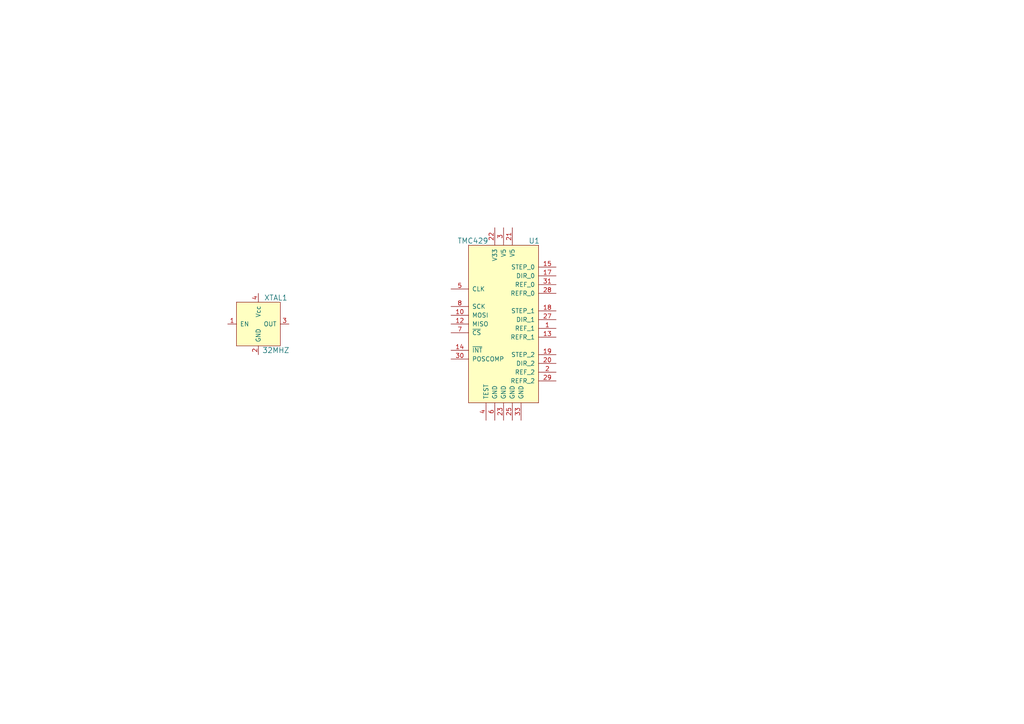
<source format=kicad_sch>
(kicad_sch (version 20230121) (generator eeschema)
  (paper "A4")
  (title_block (title "mouse_joystick_controller") (date "2023-07-12") (rev "2.0") (company "Howard Hughes Medical Institute"))
  (lib_symbols
    (symbol "Janelia:TMC429" (pin_names (offset 1.016))
      (property "Reference" "U" (at 8.89 24.13 0))
      (property "Value" "TMC429" (at -8.89 24.13 0))
      (symbol "TMC429_1_1"
        (rectangle (start -10.16 22.86) (end 10.16 -22.86) (fill (type background)))
        (pin input line (at 15.24 -1.27 180) (length 5.08) (name "REF_1") (number "1"))
        (pin passive line (at -15.24 2.54 0) (length 5.08) (name "MOSI") (number "10"))
        (pin passive line (at -15.24 0 0) (length 5.08) (name "MISO") (number "12"))
        (pin input line (at 15.24 -3.81 180) (length 5.08) (name "REFR_1") (number "13"))
        (pin output line (at -15.24 -7.62 0) (length 5.08) (name "~{INT}") (number "14"))
        (pin output line (at 15.24 16.51 180) (length 5.08) (name "STEP_0") (number "15"))
        (pin output line (at 15.24 13.97 180) (length 5.08) (name "DIR_0") (number "17"))
        (pin output line (at 15.24 3.81 180) (length 5.08) (name "STEP_1") (number "18"))
        (pin output line (at 15.24 -8.89 180) (length 5.08) (name "STEP_2") (number "19"))
        (pin input line (at 15.24 -13.97 180) (length 5.08) (name "REF_2") (number "2"))
        (pin output line (at 15.24 -11.43 180) (length 5.08) (name "DIR_2") (number "20"))
        (pin power_in line (at 2.54 27.94 270) (length 5.08) (name "V5") (number "21"))
        (pin power_in line (at -2.54 27.94 270) (length 5.08) (name "V33") (number "22"))
        (pin power_in line (at 0 -27.94 90) (length 5.08) (name "GND") (number "23"))
        (pin power_in line (at 2.54 -27.94 90) (length 5.08) (name "GND") (number "25"))
        (pin output line (at 15.24 1.27 180) (length 5.08) (name "DIR_1") (number "27"))
        (pin input line (at 15.24 8.89 180) (length 5.08) (name "REFR_0") (number "28"))
        (pin input line (at 15.24 -16.51 180) (length 5.08) (name "REFR_2") (number "29"))
        (pin power_in line (at 0 27.94 270) (length 5.08) (name "V5") (number "3"))
        (pin output line (at -15.24 -10.16 0) (length 5.08) (name "POSCOMP") (number "30"))
        (pin input line (at 15.24 11.43 180) (length 5.08) (name "REF_0") (number "31"))
        (pin power_in line (at 5.08 -27.94 90) (length 5.08) (name "GND") (number "33"))
        (pin power_in line (at -5.08 -27.94 90) (length 5.08) (name "TEST") (number "4"))
        (pin input line (at -15.24 10.16 0) (length 5.08) (name "CLK") (number "5"))
        (pin power_in line (at -2.54 -27.94 90) (length 5.08) (name "GND") (number "6"))
        (pin input line (at -15.24 -2.54 0) (length 5.08) (name "~{CS}") (number "7"))
        (pin input line (at -15.24 5.08 0) (length 5.08) (name "SCK") (number "8"))
      )
    )
    (symbol "Janelia:XTAL_32MHZ_WURTH" (pin_names (offset 1.016))
      (property "Reference" "XTAL" (at 5.08 7.62 0))
      (property "Value" "32MHZ" (at 5.08 -7.62 0))
      (symbol "XTAL_32MHZ_WURTH_1_1"
        (rectangle (start -6.35 6.35) (end 6.35 -6.35) (fill (type background)))
        (pin input line (at -8.89 0 0) (length 2.54) (name "EN") (number "1"))
        (pin power_in line (at 0 -8.89 90) (length 2.54) (name "GND") (number "2"))
        (pin output line (at 8.89 0 180) (length 2.54) (name "OUT") (number "3"))
        (pin power_in line (at 0 8.89 270) (length 2.54) (name "Vcc") (number "4"))
      )
    )
  )
  (symbol (lib_id "Janelia:XTAL_32MHZ_WURTH") (at 74.93 93.98 0) (unit 1)
    (property "Reference" "XTAL1" (at 80.01 86.36 0) (effects (font (size 1.524 1.524))))
    (property "Value" "32MHZ" (at 80.01 101.6 0) (effects (font (size 1.524 1.524))))
    (property "Footprint" "Janelia:XTAL_WURTH_IQX0-540" (effects hide))
    (property "Vendor" "Digi-Key" (effects hide))
    (property "Vendor Part Number" "732-831068248CT-ND" (effects hide))
    (property "Description" "XTAL OSC XO 32.0000MHZ CMOS" (effects hide))
    (property "Manufacturer" "Würth Elektronik" (effects hide))
    (property "Manufacturer Part Number" "831068248" (effects hide))
    (property "Sim.Enable" "0" (effects hide))
  )
  (symbol (lib_id "Janelia:TMC429") (at 146.05 93.98 0) (unit 1)
    (property "Reference" "U1" (at 154.94 69.85 0) (effects (font (size 1.524 1.524))))
    (property "Value" "TMC429" (at 137.16 69.85 0) (effects (font (size 1.524 1.524))))
    (property "Footprint" "Janelia:QFN-32-1EP_5x5mm_P0.5mm_EP3.3x3.3mm" (effects hide))
    (property "Vendor Part Number" "1460-1071-1-ND" (effects hide))
    (property "Description" "IC MTR DRVR BIPOLAR 3.3-5V" (effects hide))
    (property "Vendor" "Digi-Key" (effects hide))
    (property "Manufacturer" "Trinamic Motion Control GmbH" (effects hide))
    (property "Manufacturer Part Number" "TMC429-LI-T" (effects hide))
    (property "Package" "32QFN" (effects hide))
    (property "Sim.Enable" "0" (effects hide))
  )
)
</source>
